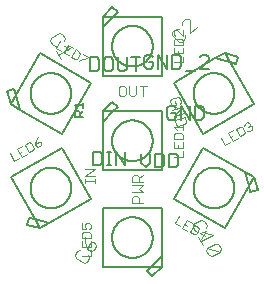
<source format=gbr>
G04 EAGLE Gerber RS-274X export*
G75*
%MOMM*%
%FSLAX34Y34*%
%LPD*%
%INSilkscreen Top*%
%IPPOS*%
%AMOC8*
5,1,8,0,0,1.08239X$1,22.5*%
G01*
%ADD10C,0.101600*%
%ADD11C,0.127000*%
%ADD12C,0.076200*%
%ADD13C,0.152400*%


D10*
X-31635Y-35535D02*
X-31635Y-32654D01*
X-31635Y-34095D02*
X-40279Y-34095D01*
X-40279Y-35535D02*
X-40279Y-32654D01*
X-40279Y-29610D02*
X-31635Y-29610D01*
X-31635Y-23848D02*
X-40279Y-29610D01*
X-40279Y-23848D02*
X-31635Y-23848D01*
X-10083Y46284D02*
X-7202Y46284D01*
X-10083Y46284D02*
X-11523Y44844D01*
X-11523Y39082D01*
X-10083Y37641D01*
X-7202Y37641D01*
X-5761Y39082D01*
X-5761Y44844D01*
X-7202Y46284D01*
X-2636Y46284D02*
X-2636Y39082D01*
X-1195Y37641D01*
X1686Y37641D01*
X3126Y39082D01*
X3126Y46284D01*
X9133Y46284D02*
X9133Y37641D01*
X6251Y46284D02*
X12014Y46284D01*
X39979Y31231D02*
X40998Y32996D01*
X40252Y35779D01*
X38488Y36797D01*
X32922Y35306D01*
X31904Y33542D01*
X32649Y30759D01*
X34414Y29740D01*
X37197Y30486D01*
X36451Y33269D01*
X33831Y26348D02*
X42180Y28585D01*
X35322Y20783D01*
X43671Y23020D01*
X44480Y20001D02*
X36131Y17764D01*
X37250Y13589D01*
X39014Y12571D01*
X44580Y14062D01*
X45599Y15826D01*
X44480Y20001D01*
X8640Y-52514D02*
X-4Y-52514D01*
X-4Y-48193D01*
X1437Y-46752D01*
X4318Y-46752D01*
X5759Y-48193D01*
X5759Y-52514D01*
X8640Y-43627D02*
X-4Y-43627D01*
X5759Y-40746D02*
X8640Y-43627D01*
X5759Y-40746D02*
X8640Y-37865D01*
X-4Y-37865D01*
X-4Y-34740D02*
X8640Y-34740D01*
X-4Y-34740D02*
X-4Y-30418D01*
X1437Y-28977D01*
X4318Y-28977D01*
X5759Y-30418D01*
X5759Y-34740D01*
X5759Y-31858D02*
X8640Y-28977D01*
D11*
X25000Y-25000D02*
X-25000Y-25000D01*
X-25000Y16000D01*
X-25000Y25000D01*
X-16000Y25000D01*
X25000Y25000D01*
X25000Y-25000D01*
X-25000Y16000D02*
X-16000Y25000D01*
X-17205Y0D02*
X-17200Y422D01*
X-17184Y844D01*
X-17158Y1266D01*
X-17122Y1686D01*
X-17076Y2106D01*
X-17019Y2524D01*
X-16952Y2941D01*
X-16874Y3357D01*
X-16787Y3770D01*
X-16689Y4180D01*
X-16582Y4589D01*
X-16464Y4994D01*
X-16337Y5397D01*
X-16199Y5796D01*
X-16052Y6192D01*
X-15895Y6584D01*
X-15729Y6972D01*
X-15553Y7356D01*
X-15368Y7736D01*
X-15173Y8110D01*
X-14970Y8480D01*
X-14757Y8845D01*
X-14536Y9205D01*
X-14305Y9559D01*
X-14067Y9907D01*
X-13819Y10249D01*
X-13564Y10585D01*
X-13300Y10915D01*
X-13028Y11238D01*
X-12748Y11554D01*
X-12461Y11864D01*
X-12166Y12166D01*
X-11864Y12461D01*
X-11554Y12748D01*
X-11238Y13028D01*
X-10915Y13300D01*
X-10585Y13564D01*
X-10249Y13819D01*
X-9907Y14067D01*
X-9559Y14305D01*
X-9205Y14536D01*
X-8845Y14757D01*
X-8480Y14970D01*
X-8110Y15173D01*
X-7736Y15368D01*
X-7356Y15553D01*
X-6972Y15729D01*
X-6584Y15895D01*
X-6192Y16052D01*
X-5796Y16199D01*
X-5397Y16337D01*
X-4994Y16464D01*
X-4589Y16582D01*
X-4180Y16689D01*
X-3770Y16787D01*
X-3357Y16874D01*
X-2941Y16952D01*
X-2524Y17019D01*
X-2106Y17076D01*
X-1686Y17122D01*
X-1266Y17158D01*
X-844Y17184D01*
X-422Y17200D01*
X0Y17205D01*
X422Y17200D01*
X844Y17184D01*
X1266Y17158D01*
X1686Y17122D01*
X2106Y17076D01*
X2524Y17019D01*
X2941Y16952D01*
X3357Y16874D01*
X3770Y16787D01*
X4180Y16689D01*
X4589Y16582D01*
X4994Y16464D01*
X5397Y16337D01*
X5796Y16199D01*
X6192Y16052D01*
X6584Y15895D01*
X6972Y15729D01*
X7356Y15553D01*
X7736Y15368D01*
X8110Y15173D01*
X8480Y14970D01*
X8845Y14757D01*
X9205Y14536D01*
X9559Y14305D01*
X9907Y14067D01*
X10249Y13819D01*
X10585Y13564D01*
X10915Y13300D01*
X11238Y13028D01*
X11554Y12748D01*
X11864Y12461D01*
X12166Y12166D01*
X12461Y11864D01*
X12748Y11554D01*
X13028Y11238D01*
X13300Y10915D01*
X13564Y10585D01*
X13819Y10249D01*
X14067Y9907D01*
X14305Y9559D01*
X14536Y9205D01*
X14757Y8845D01*
X14970Y8480D01*
X15173Y8110D01*
X15368Y7736D01*
X15553Y7356D01*
X15729Y6972D01*
X15895Y6584D01*
X16052Y6192D01*
X16199Y5796D01*
X16337Y5397D01*
X16464Y4994D01*
X16582Y4589D01*
X16689Y4180D01*
X16787Y3770D01*
X16874Y3357D01*
X16952Y2941D01*
X17019Y2524D01*
X17076Y2106D01*
X17122Y1686D01*
X17158Y1266D01*
X17184Y844D01*
X17200Y422D01*
X17205Y0D01*
X17200Y-422D01*
X17184Y-844D01*
X17158Y-1266D01*
X17122Y-1686D01*
X17076Y-2106D01*
X17019Y-2524D01*
X16952Y-2941D01*
X16874Y-3357D01*
X16787Y-3770D01*
X16689Y-4180D01*
X16582Y-4589D01*
X16464Y-4994D01*
X16337Y-5397D01*
X16199Y-5796D01*
X16052Y-6192D01*
X15895Y-6584D01*
X15729Y-6972D01*
X15553Y-7356D01*
X15368Y-7736D01*
X15173Y-8110D01*
X14970Y-8480D01*
X14757Y-8845D01*
X14536Y-9205D01*
X14305Y-9559D01*
X14067Y-9907D01*
X13819Y-10249D01*
X13564Y-10585D01*
X13300Y-10915D01*
X13028Y-11238D01*
X12748Y-11554D01*
X12461Y-11864D01*
X12166Y-12166D01*
X11864Y-12461D01*
X11554Y-12748D01*
X11238Y-13028D01*
X10915Y-13300D01*
X10585Y-13564D01*
X10249Y-13819D01*
X9907Y-14067D01*
X9559Y-14305D01*
X9205Y-14536D01*
X8845Y-14757D01*
X8480Y-14970D01*
X8110Y-15173D01*
X7736Y-15368D01*
X7356Y-15553D01*
X6972Y-15729D01*
X6584Y-15895D01*
X6192Y-16052D01*
X5796Y-16199D01*
X5397Y-16337D01*
X4994Y-16464D01*
X4589Y-16582D01*
X4180Y-16689D01*
X3770Y-16787D01*
X3357Y-16874D01*
X2941Y-16952D01*
X2524Y-17019D01*
X2106Y-17076D01*
X1686Y-17122D01*
X1266Y-17158D01*
X844Y-17184D01*
X422Y-17200D01*
X0Y-17205D01*
X-422Y-17200D01*
X-844Y-17184D01*
X-1266Y-17158D01*
X-1686Y-17122D01*
X-2106Y-17076D01*
X-2524Y-17019D01*
X-2941Y-16952D01*
X-3357Y-16874D01*
X-3770Y-16787D01*
X-4180Y-16689D01*
X-4589Y-16582D01*
X-4994Y-16464D01*
X-5397Y-16337D01*
X-5796Y-16199D01*
X-6192Y-16052D01*
X-6584Y-15895D01*
X-6972Y-15729D01*
X-7356Y-15553D01*
X-7736Y-15368D01*
X-8110Y-15173D01*
X-8480Y-14970D01*
X-8845Y-14757D01*
X-9205Y-14536D01*
X-9559Y-14305D01*
X-9907Y-14067D01*
X-10249Y-13819D01*
X-10585Y-13564D01*
X-10915Y-13300D01*
X-11238Y-13028D01*
X-11554Y-12748D01*
X-11864Y-12461D01*
X-12166Y-12166D01*
X-12461Y-11864D01*
X-12748Y-11554D01*
X-13028Y-11238D01*
X-13300Y-10915D01*
X-13564Y-10585D01*
X-13819Y-10249D01*
X-14067Y-9907D01*
X-14305Y-9559D01*
X-14536Y-9205D01*
X-14757Y-8845D01*
X-14970Y-8480D01*
X-15173Y-8110D01*
X-15368Y-7736D01*
X-15553Y-7356D01*
X-15729Y-6972D01*
X-15895Y-6584D01*
X-16052Y-6192D01*
X-16199Y-5796D01*
X-16337Y-5397D01*
X-16464Y-4994D01*
X-16582Y-4589D01*
X-16689Y-4180D01*
X-16787Y-3770D01*
X-16874Y-3357D01*
X-16952Y-2941D01*
X-17019Y-2524D01*
X-17076Y-2106D01*
X-17122Y-1686D01*
X-17158Y-1266D01*
X-17184Y-844D01*
X-17200Y-422D01*
X-17205Y0D01*
X-16000Y25000D02*
X-12500Y28500D01*
X-17000Y33000D01*
X-25000Y25000D01*
D12*
X35300Y-13681D02*
X42672Y-13681D01*
X42672Y-8766D01*
X35300Y-6196D02*
X35300Y-1282D01*
X35300Y-6196D02*
X42672Y-6196D01*
X42672Y-1282D01*
X38986Y-3739D02*
X38986Y-6196D01*
X35300Y1288D02*
X42672Y1288D01*
X42672Y4974D01*
X41443Y6203D01*
X36528Y6203D01*
X35300Y4974D01*
X35300Y1288D01*
X37757Y8772D02*
X35300Y11229D01*
X42672Y11229D01*
X42672Y8772D02*
X42672Y13687D01*
D11*
X25000Y55000D02*
X-25000Y55000D01*
X-25000Y96000D01*
X-25000Y105000D01*
X-16000Y105000D01*
X25000Y105000D01*
X25000Y55000D01*
X-25000Y96000D02*
X-16000Y105000D01*
X-17205Y80000D02*
X-17200Y80422D01*
X-17184Y80844D01*
X-17158Y81266D01*
X-17122Y81686D01*
X-17076Y82106D01*
X-17019Y82524D01*
X-16952Y82941D01*
X-16874Y83357D01*
X-16787Y83770D01*
X-16689Y84180D01*
X-16582Y84589D01*
X-16464Y84994D01*
X-16337Y85397D01*
X-16199Y85796D01*
X-16052Y86192D01*
X-15895Y86584D01*
X-15729Y86972D01*
X-15553Y87356D01*
X-15368Y87736D01*
X-15173Y88110D01*
X-14970Y88480D01*
X-14757Y88845D01*
X-14536Y89205D01*
X-14305Y89559D01*
X-14067Y89907D01*
X-13819Y90249D01*
X-13564Y90585D01*
X-13300Y90915D01*
X-13028Y91238D01*
X-12748Y91554D01*
X-12461Y91864D01*
X-12166Y92166D01*
X-11864Y92461D01*
X-11554Y92748D01*
X-11238Y93028D01*
X-10915Y93300D01*
X-10585Y93564D01*
X-10249Y93819D01*
X-9907Y94067D01*
X-9559Y94305D01*
X-9205Y94536D01*
X-8845Y94757D01*
X-8480Y94970D01*
X-8110Y95173D01*
X-7736Y95368D01*
X-7356Y95553D01*
X-6972Y95729D01*
X-6584Y95895D01*
X-6192Y96052D01*
X-5796Y96199D01*
X-5397Y96337D01*
X-4994Y96464D01*
X-4589Y96582D01*
X-4180Y96689D01*
X-3770Y96787D01*
X-3357Y96874D01*
X-2941Y96952D01*
X-2524Y97019D01*
X-2106Y97076D01*
X-1686Y97122D01*
X-1266Y97158D01*
X-844Y97184D01*
X-422Y97200D01*
X0Y97205D01*
X422Y97200D01*
X844Y97184D01*
X1266Y97158D01*
X1686Y97122D01*
X2106Y97076D01*
X2524Y97019D01*
X2941Y96952D01*
X3357Y96874D01*
X3770Y96787D01*
X4180Y96689D01*
X4589Y96582D01*
X4994Y96464D01*
X5397Y96337D01*
X5796Y96199D01*
X6192Y96052D01*
X6584Y95895D01*
X6972Y95729D01*
X7356Y95553D01*
X7736Y95368D01*
X8110Y95173D01*
X8480Y94970D01*
X8845Y94757D01*
X9205Y94536D01*
X9559Y94305D01*
X9907Y94067D01*
X10249Y93819D01*
X10585Y93564D01*
X10915Y93300D01*
X11238Y93028D01*
X11554Y92748D01*
X11864Y92461D01*
X12166Y92166D01*
X12461Y91864D01*
X12748Y91554D01*
X13028Y91238D01*
X13300Y90915D01*
X13564Y90585D01*
X13819Y90249D01*
X14067Y89907D01*
X14305Y89559D01*
X14536Y89205D01*
X14757Y88845D01*
X14970Y88480D01*
X15173Y88110D01*
X15368Y87736D01*
X15553Y87356D01*
X15729Y86972D01*
X15895Y86584D01*
X16052Y86192D01*
X16199Y85796D01*
X16337Y85397D01*
X16464Y84994D01*
X16582Y84589D01*
X16689Y84180D01*
X16787Y83770D01*
X16874Y83357D01*
X16952Y82941D01*
X17019Y82524D01*
X17076Y82106D01*
X17122Y81686D01*
X17158Y81266D01*
X17184Y80844D01*
X17200Y80422D01*
X17205Y80000D01*
X17200Y79578D01*
X17184Y79156D01*
X17158Y78734D01*
X17122Y78314D01*
X17076Y77894D01*
X17019Y77476D01*
X16952Y77059D01*
X16874Y76643D01*
X16787Y76230D01*
X16689Y75820D01*
X16582Y75411D01*
X16464Y75006D01*
X16337Y74603D01*
X16199Y74204D01*
X16052Y73808D01*
X15895Y73416D01*
X15729Y73028D01*
X15553Y72644D01*
X15368Y72264D01*
X15173Y71890D01*
X14970Y71520D01*
X14757Y71155D01*
X14536Y70795D01*
X14305Y70441D01*
X14067Y70093D01*
X13819Y69751D01*
X13564Y69415D01*
X13300Y69085D01*
X13028Y68762D01*
X12748Y68446D01*
X12461Y68136D01*
X12166Y67834D01*
X11864Y67539D01*
X11554Y67252D01*
X11238Y66972D01*
X10915Y66700D01*
X10585Y66436D01*
X10249Y66181D01*
X9907Y65933D01*
X9559Y65695D01*
X9205Y65464D01*
X8845Y65243D01*
X8480Y65030D01*
X8110Y64827D01*
X7736Y64632D01*
X7356Y64447D01*
X6972Y64271D01*
X6584Y64105D01*
X6192Y63948D01*
X5796Y63801D01*
X5397Y63663D01*
X4994Y63536D01*
X4589Y63418D01*
X4180Y63311D01*
X3770Y63213D01*
X3357Y63126D01*
X2941Y63048D01*
X2524Y62981D01*
X2106Y62924D01*
X1686Y62878D01*
X1266Y62842D01*
X844Y62816D01*
X422Y62800D01*
X0Y62795D01*
X-422Y62800D01*
X-844Y62816D01*
X-1266Y62842D01*
X-1686Y62878D01*
X-2106Y62924D01*
X-2524Y62981D01*
X-2941Y63048D01*
X-3357Y63126D01*
X-3770Y63213D01*
X-4180Y63311D01*
X-4589Y63418D01*
X-4994Y63536D01*
X-5397Y63663D01*
X-5796Y63801D01*
X-6192Y63948D01*
X-6584Y64105D01*
X-6972Y64271D01*
X-7356Y64447D01*
X-7736Y64632D01*
X-8110Y64827D01*
X-8480Y65030D01*
X-8845Y65243D01*
X-9205Y65464D01*
X-9559Y65695D01*
X-9907Y65933D01*
X-10249Y66181D01*
X-10585Y66436D01*
X-10915Y66700D01*
X-11238Y66972D01*
X-11554Y67252D01*
X-11864Y67539D01*
X-12166Y67834D01*
X-12461Y68136D01*
X-12748Y68446D01*
X-13028Y68762D01*
X-13300Y69085D01*
X-13564Y69415D01*
X-13819Y69751D01*
X-14067Y70093D01*
X-14305Y70441D01*
X-14536Y70795D01*
X-14757Y71155D01*
X-14970Y71520D01*
X-15173Y71890D01*
X-15368Y72264D01*
X-15553Y72644D01*
X-15729Y73028D01*
X-15895Y73416D01*
X-16052Y73808D01*
X-16199Y74204D01*
X-16337Y74603D01*
X-16464Y75006D01*
X-16582Y75411D01*
X-16689Y75820D01*
X-16787Y76230D01*
X-16874Y76643D01*
X-16952Y77059D01*
X-17019Y77476D01*
X-17076Y77894D01*
X-17122Y78314D01*
X-17158Y78734D01*
X-17184Y79156D01*
X-17200Y79578D01*
X-17205Y80000D01*
X-16000Y105000D02*
X-12500Y108500D01*
X-17000Y113000D01*
X-25000Y105000D01*
D12*
X35300Y66319D02*
X42672Y66319D01*
X42672Y71234D01*
X35300Y73804D02*
X35300Y78718D01*
X35300Y73804D02*
X42672Y73804D01*
X42672Y78718D01*
X38986Y76261D02*
X38986Y73804D01*
X35300Y81288D02*
X42672Y81288D01*
X42672Y84974D01*
X41443Y86203D01*
X36528Y86203D01*
X35300Y84974D01*
X35300Y81288D01*
X42672Y88772D02*
X42672Y93687D01*
X42672Y88772D02*
X37757Y93687D01*
X36528Y93687D01*
X35300Y92458D01*
X35300Y90001D01*
X36528Y88772D01*
D11*
X34849Y49151D02*
X59849Y5849D01*
X34849Y49151D02*
X70356Y69651D01*
X78151Y74151D01*
X82651Y66356D01*
X103151Y30849D01*
X59849Y5849D01*
X82651Y66356D02*
X70356Y69651D01*
X51795Y40000D02*
X51800Y40422D01*
X51816Y40844D01*
X51842Y41266D01*
X51878Y41686D01*
X51924Y42106D01*
X51981Y42524D01*
X52048Y42941D01*
X52126Y43357D01*
X52213Y43770D01*
X52311Y44180D01*
X52418Y44589D01*
X52536Y44994D01*
X52663Y45397D01*
X52801Y45796D01*
X52948Y46192D01*
X53105Y46584D01*
X53271Y46972D01*
X53447Y47356D01*
X53632Y47736D01*
X53827Y48110D01*
X54030Y48480D01*
X54243Y48845D01*
X54464Y49205D01*
X54695Y49559D01*
X54933Y49907D01*
X55181Y50249D01*
X55436Y50585D01*
X55700Y50915D01*
X55972Y51238D01*
X56252Y51554D01*
X56539Y51864D01*
X56834Y52166D01*
X57136Y52461D01*
X57446Y52748D01*
X57762Y53028D01*
X58085Y53300D01*
X58415Y53564D01*
X58751Y53819D01*
X59093Y54067D01*
X59441Y54305D01*
X59795Y54536D01*
X60155Y54757D01*
X60520Y54970D01*
X60890Y55173D01*
X61264Y55368D01*
X61644Y55553D01*
X62028Y55729D01*
X62416Y55895D01*
X62808Y56052D01*
X63204Y56199D01*
X63603Y56337D01*
X64006Y56464D01*
X64411Y56582D01*
X64820Y56689D01*
X65230Y56787D01*
X65643Y56874D01*
X66059Y56952D01*
X66476Y57019D01*
X66894Y57076D01*
X67314Y57122D01*
X67734Y57158D01*
X68156Y57184D01*
X68578Y57200D01*
X69000Y57205D01*
X69422Y57200D01*
X69844Y57184D01*
X70266Y57158D01*
X70686Y57122D01*
X71106Y57076D01*
X71524Y57019D01*
X71941Y56952D01*
X72357Y56874D01*
X72770Y56787D01*
X73180Y56689D01*
X73589Y56582D01*
X73994Y56464D01*
X74397Y56337D01*
X74796Y56199D01*
X75192Y56052D01*
X75584Y55895D01*
X75972Y55729D01*
X76356Y55553D01*
X76736Y55368D01*
X77110Y55173D01*
X77480Y54970D01*
X77845Y54757D01*
X78205Y54536D01*
X78559Y54305D01*
X78907Y54067D01*
X79249Y53819D01*
X79585Y53564D01*
X79915Y53300D01*
X80238Y53028D01*
X80554Y52748D01*
X80864Y52461D01*
X81166Y52166D01*
X81461Y51864D01*
X81748Y51554D01*
X82028Y51238D01*
X82300Y50915D01*
X82564Y50585D01*
X82819Y50249D01*
X83067Y49907D01*
X83305Y49559D01*
X83536Y49205D01*
X83757Y48845D01*
X83970Y48480D01*
X84173Y48110D01*
X84368Y47736D01*
X84553Y47356D01*
X84729Y46972D01*
X84895Y46584D01*
X85052Y46192D01*
X85199Y45796D01*
X85337Y45397D01*
X85464Y44994D01*
X85582Y44589D01*
X85689Y44180D01*
X85787Y43770D01*
X85874Y43357D01*
X85952Y42941D01*
X86019Y42524D01*
X86076Y42106D01*
X86122Y41686D01*
X86158Y41266D01*
X86184Y40844D01*
X86200Y40422D01*
X86205Y40000D01*
X86200Y39578D01*
X86184Y39156D01*
X86158Y38734D01*
X86122Y38314D01*
X86076Y37894D01*
X86019Y37476D01*
X85952Y37059D01*
X85874Y36643D01*
X85787Y36230D01*
X85689Y35820D01*
X85582Y35411D01*
X85464Y35006D01*
X85337Y34603D01*
X85199Y34204D01*
X85052Y33808D01*
X84895Y33416D01*
X84729Y33028D01*
X84553Y32644D01*
X84368Y32264D01*
X84173Y31890D01*
X83970Y31520D01*
X83757Y31155D01*
X83536Y30795D01*
X83305Y30441D01*
X83067Y30093D01*
X82819Y29751D01*
X82564Y29415D01*
X82300Y29085D01*
X82028Y28762D01*
X81748Y28446D01*
X81461Y28136D01*
X81166Y27834D01*
X80864Y27539D01*
X80554Y27252D01*
X80238Y26972D01*
X79915Y26700D01*
X79585Y26436D01*
X79249Y26181D01*
X78907Y25933D01*
X78559Y25695D01*
X78205Y25464D01*
X77845Y25243D01*
X77480Y25030D01*
X77110Y24827D01*
X76736Y24632D01*
X76356Y24447D01*
X75972Y24271D01*
X75584Y24105D01*
X75192Y23948D01*
X74796Y23801D01*
X74397Y23663D01*
X73994Y23536D01*
X73589Y23418D01*
X73180Y23311D01*
X72770Y23213D01*
X72357Y23126D01*
X71941Y23048D01*
X71524Y22981D01*
X71106Y22924D01*
X70686Y22878D01*
X70266Y22842D01*
X69844Y22816D01*
X69422Y22800D01*
X69000Y22795D01*
X68578Y22800D01*
X68156Y22816D01*
X67734Y22842D01*
X67314Y22878D01*
X66894Y22924D01*
X66476Y22981D01*
X66059Y23048D01*
X65643Y23126D01*
X65230Y23213D01*
X64820Y23311D01*
X64411Y23418D01*
X64006Y23536D01*
X63603Y23663D01*
X63204Y23801D01*
X62808Y23948D01*
X62416Y24105D01*
X62028Y24271D01*
X61644Y24447D01*
X61264Y24632D01*
X60890Y24827D01*
X60520Y25030D01*
X60155Y25243D01*
X59795Y25464D01*
X59441Y25695D01*
X59093Y25933D01*
X58751Y26181D01*
X58415Y26436D01*
X58085Y26700D01*
X57762Y26972D01*
X57446Y27252D01*
X57136Y27539D01*
X56834Y27834D01*
X56539Y28136D01*
X56252Y28446D01*
X55972Y28762D01*
X55700Y29085D01*
X55436Y29415D01*
X55181Y29751D01*
X54933Y30093D01*
X54695Y30441D01*
X54464Y30795D01*
X54243Y31155D01*
X54030Y31520D01*
X53827Y31890D01*
X53632Y32264D01*
X53447Y32644D01*
X53271Y33028D01*
X53105Y33416D01*
X52948Y33808D01*
X52801Y34204D01*
X52663Y34603D01*
X52536Y35006D01*
X52418Y35411D01*
X52311Y35820D01*
X52213Y36230D01*
X52126Y36643D01*
X52048Y37059D01*
X51981Y37476D01*
X51924Y37894D01*
X51878Y38314D01*
X51842Y38734D01*
X51816Y39156D01*
X51800Y39578D01*
X51795Y40000D01*
X82651Y66356D02*
X87432Y65075D01*
X89079Y71222D01*
X78151Y74151D01*
D12*
X74802Y2589D02*
X78488Y-3795D01*
X82745Y-1338D01*
X81283Y6331D02*
X85540Y8789D01*
X81283Y6331D02*
X84970Y-53D01*
X89226Y2404D01*
X85255Y4368D02*
X83127Y3139D01*
X87765Y10073D02*
X91451Y3689D01*
X94643Y5532D01*
X95093Y7210D01*
X92636Y11467D01*
X90957Y11916D01*
X87765Y10073D01*
X94861Y12751D02*
X95310Y14430D01*
X97439Y15659D01*
X99117Y15209D01*
X99732Y14145D01*
X99282Y12466D01*
X98218Y11852D01*
X99282Y12466D02*
X100960Y12017D01*
X101575Y10952D01*
X101125Y9274D01*
X98997Y8045D01*
X97318Y8495D01*
D11*
X59849Y-5849D02*
X34849Y-49151D01*
X59849Y-5849D02*
X95356Y-26349D01*
X103151Y-30849D01*
X98651Y-38644D01*
X78151Y-74151D01*
X34849Y-49151D01*
X95356Y-26349D02*
X98651Y-38644D01*
X51795Y-40000D02*
X51800Y-39578D01*
X51816Y-39156D01*
X51842Y-38734D01*
X51878Y-38314D01*
X51924Y-37894D01*
X51981Y-37476D01*
X52048Y-37059D01*
X52126Y-36643D01*
X52213Y-36230D01*
X52311Y-35820D01*
X52418Y-35411D01*
X52536Y-35006D01*
X52663Y-34603D01*
X52801Y-34204D01*
X52948Y-33808D01*
X53105Y-33416D01*
X53271Y-33028D01*
X53447Y-32644D01*
X53632Y-32264D01*
X53827Y-31890D01*
X54030Y-31520D01*
X54243Y-31155D01*
X54464Y-30795D01*
X54695Y-30441D01*
X54933Y-30093D01*
X55181Y-29751D01*
X55436Y-29415D01*
X55700Y-29085D01*
X55972Y-28762D01*
X56252Y-28446D01*
X56539Y-28136D01*
X56834Y-27834D01*
X57136Y-27539D01*
X57446Y-27252D01*
X57762Y-26972D01*
X58085Y-26700D01*
X58415Y-26436D01*
X58751Y-26181D01*
X59093Y-25933D01*
X59441Y-25695D01*
X59795Y-25464D01*
X60155Y-25243D01*
X60520Y-25030D01*
X60890Y-24827D01*
X61264Y-24632D01*
X61644Y-24447D01*
X62028Y-24271D01*
X62416Y-24105D01*
X62808Y-23948D01*
X63204Y-23801D01*
X63603Y-23663D01*
X64006Y-23536D01*
X64411Y-23418D01*
X64820Y-23311D01*
X65230Y-23213D01*
X65643Y-23126D01*
X66059Y-23048D01*
X66476Y-22981D01*
X66894Y-22924D01*
X67314Y-22878D01*
X67734Y-22842D01*
X68156Y-22816D01*
X68578Y-22800D01*
X69000Y-22795D01*
X69422Y-22800D01*
X69844Y-22816D01*
X70266Y-22842D01*
X70686Y-22878D01*
X71106Y-22924D01*
X71524Y-22981D01*
X71941Y-23048D01*
X72357Y-23126D01*
X72770Y-23213D01*
X73180Y-23311D01*
X73589Y-23418D01*
X73994Y-23536D01*
X74397Y-23663D01*
X74796Y-23801D01*
X75192Y-23948D01*
X75584Y-24105D01*
X75972Y-24271D01*
X76356Y-24447D01*
X76736Y-24632D01*
X77110Y-24827D01*
X77480Y-25030D01*
X77845Y-25243D01*
X78205Y-25464D01*
X78559Y-25695D01*
X78907Y-25933D01*
X79249Y-26181D01*
X79585Y-26436D01*
X79915Y-26700D01*
X80238Y-26972D01*
X80554Y-27252D01*
X80864Y-27539D01*
X81166Y-27834D01*
X81461Y-28136D01*
X81748Y-28446D01*
X82028Y-28762D01*
X82300Y-29085D01*
X82564Y-29415D01*
X82819Y-29751D01*
X83067Y-30093D01*
X83305Y-30441D01*
X83536Y-30795D01*
X83757Y-31155D01*
X83970Y-31520D01*
X84173Y-31890D01*
X84368Y-32264D01*
X84553Y-32644D01*
X84729Y-33028D01*
X84895Y-33416D01*
X85052Y-33808D01*
X85199Y-34204D01*
X85337Y-34603D01*
X85464Y-35006D01*
X85582Y-35411D01*
X85689Y-35820D01*
X85787Y-36230D01*
X85874Y-36643D01*
X85952Y-37059D01*
X86019Y-37476D01*
X86076Y-37894D01*
X86122Y-38314D01*
X86158Y-38734D01*
X86184Y-39156D01*
X86200Y-39578D01*
X86205Y-40000D01*
X86200Y-40422D01*
X86184Y-40844D01*
X86158Y-41266D01*
X86122Y-41686D01*
X86076Y-42106D01*
X86019Y-42524D01*
X85952Y-42941D01*
X85874Y-43357D01*
X85787Y-43770D01*
X85689Y-44180D01*
X85582Y-44589D01*
X85464Y-44994D01*
X85337Y-45397D01*
X85199Y-45796D01*
X85052Y-46192D01*
X84895Y-46584D01*
X84729Y-46972D01*
X84553Y-47356D01*
X84368Y-47736D01*
X84173Y-48110D01*
X83970Y-48480D01*
X83757Y-48845D01*
X83536Y-49205D01*
X83305Y-49559D01*
X83067Y-49907D01*
X82819Y-50249D01*
X82564Y-50585D01*
X82300Y-50915D01*
X82028Y-51238D01*
X81748Y-51554D01*
X81461Y-51864D01*
X81166Y-52166D01*
X80864Y-52461D01*
X80554Y-52748D01*
X80238Y-53028D01*
X79915Y-53300D01*
X79585Y-53564D01*
X79249Y-53819D01*
X78907Y-54067D01*
X78559Y-54305D01*
X78205Y-54536D01*
X77845Y-54757D01*
X77480Y-54970D01*
X77110Y-55173D01*
X76736Y-55368D01*
X76356Y-55553D01*
X75972Y-55729D01*
X75584Y-55895D01*
X75192Y-56052D01*
X74796Y-56199D01*
X74397Y-56337D01*
X73994Y-56464D01*
X73589Y-56582D01*
X73180Y-56689D01*
X72770Y-56787D01*
X72357Y-56874D01*
X71941Y-56952D01*
X71524Y-57019D01*
X71106Y-57076D01*
X70686Y-57122D01*
X70266Y-57158D01*
X69844Y-57184D01*
X69422Y-57200D01*
X69000Y-57205D01*
X68578Y-57200D01*
X68156Y-57184D01*
X67734Y-57158D01*
X67314Y-57122D01*
X66894Y-57076D01*
X66476Y-57019D01*
X66059Y-56952D01*
X65643Y-56874D01*
X65230Y-56787D01*
X64820Y-56689D01*
X64411Y-56582D01*
X64006Y-56464D01*
X63603Y-56337D01*
X63204Y-56199D01*
X62808Y-56052D01*
X62416Y-55895D01*
X62028Y-55729D01*
X61644Y-55553D01*
X61264Y-55368D01*
X60890Y-55173D01*
X60520Y-54970D01*
X60155Y-54757D01*
X59795Y-54536D01*
X59441Y-54305D01*
X59093Y-54067D01*
X58751Y-53819D01*
X58415Y-53564D01*
X58085Y-53300D01*
X57762Y-53028D01*
X57446Y-52748D01*
X57136Y-52461D01*
X56834Y-52166D01*
X56539Y-51864D01*
X56252Y-51554D01*
X55972Y-51238D01*
X55700Y-50915D01*
X55436Y-50585D01*
X55181Y-50249D01*
X54933Y-49907D01*
X54695Y-49559D01*
X54464Y-49205D01*
X54243Y-48845D01*
X54030Y-48480D01*
X53827Y-48110D01*
X53632Y-47736D01*
X53447Y-47356D01*
X53271Y-46972D01*
X53105Y-46584D01*
X52948Y-46192D01*
X52801Y-45796D01*
X52663Y-45397D01*
X52536Y-44994D01*
X52418Y-44589D01*
X52311Y-44180D01*
X52213Y-43770D01*
X52126Y-43357D01*
X52048Y-42941D01*
X51981Y-42524D01*
X51924Y-42106D01*
X51878Y-41686D01*
X51842Y-41266D01*
X51816Y-40844D01*
X51800Y-40422D01*
X51795Y-40000D01*
X98651Y-38644D02*
X99932Y-43425D01*
X106079Y-41778D01*
X103151Y-30849D01*
D12*
X39502Y-63730D02*
X35816Y-70115D01*
X40073Y-72572D01*
X45984Y-67472D02*
X50240Y-69930D01*
X45984Y-67472D02*
X42298Y-73857D01*
X46554Y-76314D01*
X46269Y-71893D02*
X44141Y-70664D01*
X52465Y-71214D02*
X48779Y-77599D01*
X51971Y-79442D01*
X53650Y-78992D01*
X56107Y-74736D01*
X55658Y-73057D01*
X52465Y-71214D01*
X62139Y-76799D02*
X58453Y-83184D01*
X57104Y-78149D02*
X62139Y-76799D01*
X61360Y-80606D02*
X57104Y-78149D01*
D11*
X25000Y-57000D02*
X-25000Y-57000D01*
X25000Y-57000D02*
X25000Y-98000D01*
X25000Y-107000D01*
X16000Y-107000D01*
X-25000Y-107000D01*
X-25000Y-57000D01*
X25000Y-98000D02*
X16000Y-107000D01*
X-17205Y-82000D02*
X-17200Y-81578D01*
X-17184Y-81156D01*
X-17158Y-80734D01*
X-17122Y-80314D01*
X-17076Y-79894D01*
X-17019Y-79476D01*
X-16952Y-79059D01*
X-16874Y-78643D01*
X-16787Y-78230D01*
X-16689Y-77820D01*
X-16582Y-77411D01*
X-16464Y-77006D01*
X-16337Y-76603D01*
X-16199Y-76204D01*
X-16052Y-75808D01*
X-15895Y-75416D01*
X-15729Y-75028D01*
X-15553Y-74644D01*
X-15368Y-74264D01*
X-15173Y-73890D01*
X-14970Y-73520D01*
X-14757Y-73155D01*
X-14536Y-72795D01*
X-14305Y-72441D01*
X-14067Y-72093D01*
X-13819Y-71751D01*
X-13564Y-71415D01*
X-13300Y-71085D01*
X-13028Y-70762D01*
X-12748Y-70446D01*
X-12461Y-70136D01*
X-12166Y-69834D01*
X-11864Y-69539D01*
X-11554Y-69252D01*
X-11238Y-68972D01*
X-10915Y-68700D01*
X-10585Y-68436D01*
X-10249Y-68181D01*
X-9907Y-67933D01*
X-9559Y-67695D01*
X-9205Y-67464D01*
X-8845Y-67243D01*
X-8480Y-67030D01*
X-8110Y-66827D01*
X-7736Y-66632D01*
X-7356Y-66447D01*
X-6972Y-66271D01*
X-6584Y-66105D01*
X-6192Y-65948D01*
X-5796Y-65801D01*
X-5397Y-65663D01*
X-4994Y-65536D01*
X-4589Y-65418D01*
X-4180Y-65311D01*
X-3770Y-65213D01*
X-3357Y-65126D01*
X-2941Y-65048D01*
X-2524Y-64981D01*
X-2106Y-64924D01*
X-1686Y-64878D01*
X-1266Y-64842D01*
X-844Y-64816D01*
X-422Y-64800D01*
X0Y-64795D01*
X422Y-64800D01*
X844Y-64816D01*
X1266Y-64842D01*
X1686Y-64878D01*
X2106Y-64924D01*
X2524Y-64981D01*
X2941Y-65048D01*
X3357Y-65126D01*
X3770Y-65213D01*
X4180Y-65311D01*
X4589Y-65418D01*
X4994Y-65536D01*
X5397Y-65663D01*
X5796Y-65801D01*
X6192Y-65948D01*
X6584Y-66105D01*
X6972Y-66271D01*
X7356Y-66447D01*
X7736Y-66632D01*
X8110Y-66827D01*
X8480Y-67030D01*
X8845Y-67243D01*
X9205Y-67464D01*
X9559Y-67695D01*
X9907Y-67933D01*
X10249Y-68181D01*
X10585Y-68436D01*
X10915Y-68700D01*
X11238Y-68972D01*
X11554Y-69252D01*
X11864Y-69539D01*
X12166Y-69834D01*
X12461Y-70136D01*
X12748Y-70446D01*
X13028Y-70762D01*
X13300Y-71085D01*
X13564Y-71415D01*
X13819Y-71751D01*
X14067Y-72093D01*
X14305Y-72441D01*
X14536Y-72795D01*
X14757Y-73155D01*
X14970Y-73520D01*
X15173Y-73890D01*
X15368Y-74264D01*
X15553Y-74644D01*
X15729Y-75028D01*
X15895Y-75416D01*
X16052Y-75808D01*
X16199Y-76204D01*
X16337Y-76603D01*
X16464Y-77006D01*
X16582Y-77411D01*
X16689Y-77820D01*
X16787Y-78230D01*
X16874Y-78643D01*
X16952Y-79059D01*
X17019Y-79476D01*
X17076Y-79894D01*
X17122Y-80314D01*
X17158Y-80734D01*
X17184Y-81156D01*
X17200Y-81578D01*
X17205Y-82000D01*
X17200Y-82422D01*
X17184Y-82844D01*
X17158Y-83266D01*
X17122Y-83686D01*
X17076Y-84106D01*
X17019Y-84524D01*
X16952Y-84941D01*
X16874Y-85357D01*
X16787Y-85770D01*
X16689Y-86180D01*
X16582Y-86589D01*
X16464Y-86994D01*
X16337Y-87397D01*
X16199Y-87796D01*
X16052Y-88192D01*
X15895Y-88584D01*
X15729Y-88972D01*
X15553Y-89356D01*
X15368Y-89736D01*
X15173Y-90110D01*
X14970Y-90480D01*
X14757Y-90845D01*
X14536Y-91205D01*
X14305Y-91559D01*
X14067Y-91907D01*
X13819Y-92249D01*
X13564Y-92585D01*
X13300Y-92915D01*
X13028Y-93238D01*
X12748Y-93554D01*
X12461Y-93864D01*
X12166Y-94166D01*
X11864Y-94461D01*
X11554Y-94748D01*
X11238Y-95028D01*
X10915Y-95300D01*
X10585Y-95564D01*
X10249Y-95819D01*
X9907Y-96067D01*
X9559Y-96305D01*
X9205Y-96536D01*
X8845Y-96757D01*
X8480Y-96970D01*
X8110Y-97173D01*
X7736Y-97368D01*
X7356Y-97553D01*
X6972Y-97729D01*
X6584Y-97895D01*
X6192Y-98052D01*
X5796Y-98199D01*
X5397Y-98337D01*
X4994Y-98464D01*
X4589Y-98582D01*
X4180Y-98689D01*
X3770Y-98787D01*
X3357Y-98874D01*
X2941Y-98952D01*
X2524Y-99019D01*
X2106Y-99076D01*
X1686Y-99122D01*
X1266Y-99158D01*
X844Y-99184D01*
X422Y-99200D01*
X0Y-99205D01*
X-422Y-99200D01*
X-844Y-99184D01*
X-1266Y-99158D01*
X-1686Y-99122D01*
X-2106Y-99076D01*
X-2524Y-99019D01*
X-2941Y-98952D01*
X-3357Y-98874D01*
X-3770Y-98787D01*
X-4180Y-98689D01*
X-4589Y-98582D01*
X-4994Y-98464D01*
X-5397Y-98337D01*
X-5796Y-98199D01*
X-6192Y-98052D01*
X-6584Y-97895D01*
X-6972Y-97729D01*
X-7356Y-97553D01*
X-7736Y-97368D01*
X-8110Y-97173D01*
X-8480Y-96970D01*
X-8845Y-96757D01*
X-9205Y-96536D01*
X-9559Y-96305D01*
X-9907Y-96067D01*
X-10249Y-95819D01*
X-10585Y-95564D01*
X-10915Y-95300D01*
X-11238Y-95028D01*
X-11554Y-94748D01*
X-11864Y-94461D01*
X-12166Y-94166D01*
X-12461Y-93864D01*
X-12748Y-93554D01*
X-13028Y-93238D01*
X-13300Y-92915D01*
X-13564Y-92585D01*
X-13819Y-92249D01*
X-14067Y-91907D01*
X-14305Y-91559D01*
X-14536Y-91205D01*
X-14757Y-90845D01*
X-14970Y-90480D01*
X-15173Y-90110D01*
X-15368Y-89736D01*
X-15553Y-89356D01*
X-15729Y-88972D01*
X-15895Y-88584D01*
X-16052Y-88192D01*
X-16199Y-87796D01*
X-16337Y-87397D01*
X-16464Y-86994D01*
X-16582Y-86589D01*
X-16689Y-86180D01*
X-16787Y-85770D01*
X-16874Y-85357D01*
X-16952Y-84941D01*
X-17019Y-84524D01*
X-17076Y-84106D01*
X-17122Y-83686D01*
X-17158Y-83266D01*
X-17184Y-82844D01*
X-17200Y-82422D01*
X-17205Y-82000D01*
X12500Y-110500D02*
X16000Y-107000D01*
X12500Y-110500D02*
X17000Y-115000D01*
X25000Y-107000D01*
D12*
X-35306Y-97494D02*
X-42678Y-97494D01*
X-35306Y-97494D02*
X-35306Y-92579D01*
X-42678Y-90010D02*
X-42678Y-85095D01*
X-42678Y-90010D02*
X-35306Y-90010D01*
X-35306Y-85095D01*
X-38992Y-87552D02*
X-38992Y-90010D01*
X-42678Y-82526D02*
X-35306Y-82526D01*
X-35306Y-78840D01*
X-36535Y-77611D01*
X-41450Y-77611D01*
X-42678Y-78840D01*
X-42678Y-82526D01*
X-42678Y-75042D02*
X-42678Y-70127D01*
X-42678Y-75042D02*
X-38992Y-75042D01*
X-40221Y-72584D01*
X-40221Y-71355D01*
X-38992Y-70127D01*
X-36535Y-70127D01*
X-35306Y-71355D01*
X-35306Y-73813D01*
X-36535Y-75042D01*
D11*
X-34849Y-49151D02*
X-59849Y-5849D01*
X-34849Y-49151D02*
X-70356Y-69651D01*
X-78151Y-74151D01*
X-82651Y-66356D01*
X-103151Y-30849D01*
X-59849Y-5849D01*
X-82651Y-66356D02*
X-70356Y-69651D01*
X-86205Y-40000D02*
X-86200Y-39578D01*
X-86184Y-39156D01*
X-86158Y-38734D01*
X-86122Y-38314D01*
X-86076Y-37894D01*
X-86019Y-37476D01*
X-85952Y-37059D01*
X-85874Y-36643D01*
X-85787Y-36230D01*
X-85689Y-35820D01*
X-85582Y-35411D01*
X-85464Y-35006D01*
X-85337Y-34603D01*
X-85199Y-34204D01*
X-85052Y-33808D01*
X-84895Y-33416D01*
X-84729Y-33028D01*
X-84553Y-32644D01*
X-84368Y-32264D01*
X-84173Y-31890D01*
X-83970Y-31520D01*
X-83757Y-31155D01*
X-83536Y-30795D01*
X-83305Y-30441D01*
X-83067Y-30093D01*
X-82819Y-29751D01*
X-82564Y-29415D01*
X-82300Y-29085D01*
X-82028Y-28762D01*
X-81748Y-28446D01*
X-81461Y-28136D01*
X-81166Y-27834D01*
X-80864Y-27539D01*
X-80554Y-27252D01*
X-80238Y-26972D01*
X-79915Y-26700D01*
X-79585Y-26436D01*
X-79249Y-26181D01*
X-78907Y-25933D01*
X-78559Y-25695D01*
X-78205Y-25464D01*
X-77845Y-25243D01*
X-77480Y-25030D01*
X-77110Y-24827D01*
X-76736Y-24632D01*
X-76356Y-24447D01*
X-75972Y-24271D01*
X-75584Y-24105D01*
X-75192Y-23948D01*
X-74796Y-23801D01*
X-74397Y-23663D01*
X-73994Y-23536D01*
X-73589Y-23418D01*
X-73180Y-23311D01*
X-72770Y-23213D01*
X-72357Y-23126D01*
X-71941Y-23048D01*
X-71524Y-22981D01*
X-71106Y-22924D01*
X-70686Y-22878D01*
X-70266Y-22842D01*
X-69844Y-22816D01*
X-69422Y-22800D01*
X-69000Y-22795D01*
X-68578Y-22800D01*
X-68156Y-22816D01*
X-67734Y-22842D01*
X-67314Y-22878D01*
X-66894Y-22924D01*
X-66476Y-22981D01*
X-66059Y-23048D01*
X-65643Y-23126D01*
X-65230Y-23213D01*
X-64820Y-23311D01*
X-64411Y-23418D01*
X-64006Y-23536D01*
X-63603Y-23663D01*
X-63204Y-23801D01*
X-62808Y-23948D01*
X-62416Y-24105D01*
X-62028Y-24271D01*
X-61644Y-24447D01*
X-61264Y-24632D01*
X-60890Y-24827D01*
X-60520Y-25030D01*
X-60155Y-25243D01*
X-59795Y-25464D01*
X-59441Y-25695D01*
X-59093Y-25933D01*
X-58751Y-26181D01*
X-58415Y-26436D01*
X-58085Y-26700D01*
X-57762Y-26972D01*
X-57446Y-27252D01*
X-57136Y-27539D01*
X-56834Y-27834D01*
X-56539Y-28136D01*
X-56252Y-28446D01*
X-55972Y-28762D01*
X-55700Y-29085D01*
X-55436Y-29415D01*
X-55181Y-29751D01*
X-54933Y-30093D01*
X-54695Y-30441D01*
X-54464Y-30795D01*
X-54243Y-31155D01*
X-54030Y-31520D01*
X-53827Y-31890D01*
X-53632Y-32264D01*
X-53447Y-32644D01*
X-53271Y-33028D01*
X-53105Y-33416D01*
X-52948Y-33808D01*
X-52801Y-34204D01*
X-52663Y-34603D01*
X-52536Y-35006D01*
X-52418Y-35411D01*
X-52311Y-35820D01*
X-52213Y-36230D01*
X-52126Y-36643D01*
X-52048Y-37059D01*
X-51981Y-37476D01*
X-51924Y-37894D01*
X-51878Y-38314D01*
X-51842Y-38734D01*
X-51816Y-39156D01*
X-51800Y-39578D01*
X-51795Y-40000D01*
X-51800Y-40422D01*
X-51816Y-40844D01*
X-51842Y-41266D01*
X-51878Y-41686D01*
X-51924Y-42106D01*
X-51981Y-42524D01*
X-52048Y-42941D01*
X-52126Y-43357D01*
X-52213Y-43770D01*
X-52311Y-44180D01*
X-52418Y-44589D01*
X-52536Y-44994D01*
X-52663Y-45397D01*
X-52801Y-45796D01*
X-52948Y-46192D01*
X-53105Y-46584D01*
X-53271Y-46972D01*
X-53447Y-47356D01*
X-53632Y-47736D01*
X-53827Y-48110D01*
X-54030Y-48480D01*
X-54243Y-48845D01*
X-54464Y-49205D01*
X-54695Y-49559D01*
X-54933Y-49907D01*
X-55181Y-50249D01*
X-55436Y-50585D01*
X-55700Y-50915D01*
X-55972Y-51238D01*
X-56252Y-51554D01*
X-56539Y-51864D01*
X-56834Y-52166D01*
X-57136Y-52461D01*
X-57446Y-52748D01*
X-57762Y-53028D01*
X-58085Y-53300D01*
X-58415Y-53564D01*
X-58751Y-53819D01*
X-59093Y-54067D01*
X-59441Y-54305D01*
X-59795Y-54536D01*
X-60155Y-54757D01*
X-60520Y-54970D01*
X-60890Y-55173D01*
X-61264Y-55368D01*
X-61644Y-55553D01*
X-62028Y-55729D01*
X-62416Y-55895D01*
X-62808Y-56052D01*
X-63204Y-56199D01*
X-63603Y-56337D01*
X-64006Y-56464D01*
X-64411Y-56582D01*
X-64820Y-56689D01*
X-65230Y-56787D01*
X-65643Y-56874D01*
X-66059Y-56952D01*
X-66476Y-57019D01*
X-66894Y-57076D01*
X-67314Y-57122D01*
X-67734Y-57158D01*
X-68156Y-57184D01*
X-68578Y-57200D01*
X-69000Y-57205D01*
X-69422Y-57200D01*
X-69844Y-57184D01*
X-70266Y-57158D01*
X-70686Y-57122D01*
X-71106Y-57076D01*
X-71524Y-57019D01*
X-71941Y-56952D01*
X-72357Y-56874D01*
X-72770Y-56787D01*
X-73180Y-56689D01*
X-73589Y-56582D01*
X-73994Y-56464D01*
X-74397Y-56337D01*
X-74796Y-56199D01*
X-75192Y-56052D01*
X-75584Y-55895D01*
X-75972Y-55729D01*
X-76356Y-55553D01*
X-76736Y-55368D01*
X-77110Y-55173D01*
X-77480Y-54970D01*
X-77845Y-54757D01*
X-78205Y-54536D01*
X-78559Y-54305D01*
X-78907Y-54067D01*
X-79249Y-53819D01*
X-79585Y-53564D01*
X-79915Y-53300D01*
X-80238Y-53028D01*
X-80554Y-52748D01*
X-80864Y-52461D01*
X-81166Y-52166D01*
X-81461Y-51864D01*
X-81748Y-51554D01*
X-82028Y-51238D01*
X-82300Y-50915D01*
X-82564Y-50585D01*
X-82819Y-50249D01*
X-83067Y-49907D01*
X-83305Y-49559D01*
X-83536Y-49205D01*
X-83757Y-48845D01*
X-83970Y-48480D01*
X-84173Y-48110D01*
X-84368Y-47736D01*
X-84553Y-47356D01*
X-84729Y-46972D01*
X-84895Y-46584D01*
X-85052Y-46192D01*
X-85199Y-45796D01*
X-85337Y-45397D01*
X-85464Y-44994D01*
X-85582Y-44589D01*
X-85689Y-44180D01*
X-85787Y-43770D01*
X-85874Y-43357D01*
X-85952Y-42941D01*
X-86019Y-42524D01*
X-86076Y-42106D01*
X-86122Y-41686D01*
X-86158Y-41266D01*
X-86184Y-40844D01*
X-86200Y-40422D01*
X-86205Y-40000D01*
X-87432Y-65075D02*
X-82651Y-66356D01*
X-87432Y-65075D02*
X-89079Y-71222D01*
X-78151Y-74151D01*
D12*
X-100071Y-17171D02*
X-103757Y-10787D01*
X-100071Y-17171D02*
X-95815Y-14714D01*
X-97276Y-7044D02*
X-93019Y-4587D01*
X-97276Y-7044D02*
X-93590Y-13429D01*
X-89333Y-10972D01*
X-93305Y-9008D02*
X-95433Y-10237D01*
X-90794Y-3302D02*
X-87108Y-9687D01*
X-83916Y-7844D01*
X-83466Y-6165D01*
X-85924Y-1909D01*
X-87602Y-1459D01*
X-90794Y-3302D01*
X-81570Y604D02*
X-80056Y2897D01*
X-81570Y604D02*
X-82470Y-2753D01*
X-81241Y-4881D01*
X-79563Y-5330D01*
X-77434Y-4102D01*
X-76985Y-2423D01*
X-77599Y-1359D01*
X-79277Y-909D01*
X-82470Y-2753D01*
D11*
X-59849Y5849D02*
X-34849Y49151D01*
X-59849Y5849D02*
X-95356Y26349D01*
X-103151Y30849D01*
X-98651Y38644D01*
X-78151Y74151D01*
X-34849Y49151D01*
X-95356Y26349D02*
X-98651Y38644D01*
X-86205Y40000D02*
X-86200Y40422D01*
X-86184Y40844D01*
X-86158Y41266D01*
X-86122Y41686D01*
X-86076Y42106D01*
X-86019Y42524D01*
X-85952Y42941D01*
X-85874Y43357D01*
X-85787Y43770D01*
X-85689Y44180D01*
X-85582Y44589D01*
X-85464Y44994D01*
X-85337Y45397D01*
X-85199Y45796D01*
X-85052Y46192D01*
X-84895Y46584D01*
X-84729Y46972D01*
X-84553Y47356D01*
X-84368Y47736D01*
X-84173Y48110D01*
X-83970Y48480D01*
X-83757Y48845D01*
X-83536Y49205D01*
X-83305Y49559D01*
X-83067Y49907D01*
X-82819Y50249D01*
X-82564Y50585D01*
X-82300Y50915D01*
X-82028Y51238D01*
X-81748Y51554D01*
X-81461Y51864D01*
X-81166Y52166D01*
X-80864Y52461D01*
X-80554Y52748D01*
X-80238Y53028D01*
X-79915Y53300D01*
X-79585Y53564D01*
X-79249Y53819D01*
X-78907Y54067D01*
X-78559Y54305D01*
X-78205Y54536D01*
X-77845Y54757D01*
X-77480Y54970D01*
X-77110Y55173D01*
X-76736Y55368D01*
X-76356Y55553D01*
X-75972Y55729D01*
X-75584Y55895D01*
X-75192Y56052D01*
X-74796Y56199D01*
X-74397Y56337D01*
X-73994Y56464D01*
X-73589Y56582D01*
X-73180Y56689D01*
X-72770Y56787D01*
X-72357Y56874D01*
X-71941Y56952D01*
X-71524Y57019D01*
X-71106Y57076D01*
X-70686Y57122D01*
X-70266Y57158D01*
X-69844Y57184D01*
X-69422Y57200D01*
X-69000Y57205D01*
X-68578Y57200D01*
X-68156Y57184D01*
X-67734Y57158D01*
X-67314Y57122D01*
X-66894Y57076D01*
X-66476Y57019D01*
X-66059Y56952D01*
X-65643Y56874D01*
X-65230Y56787D01*
X-64820Y56689D01*
X-64411Y56582D01*
X-64006Y56464D01*
X-63603Y56337D01*
X-63204Y56199D01*
X-62808Y56052D01*
X-62416Y55895D01*
X-62028Y55729D01*
X-61644Y55553D01*
X-61264Y55368D01*
X-60890Y55173D01*
X-60520Y54970D01*
X-60155Y54757D01*
X-59795Y54536D01*
X-59441Y54305D01*
X-59093Y54067D01*
X-58751Y53819D01*
X-58415Y53564D01*
X-58085Y53300D01*
X-57762Y53028D01*
X-57446Y52748D01*
X-57136Y52461D01*
X-56834Y52166D01*
X-56539Y51864D01*
X-56252Y51554D01*
X-55972Y51238D01*
X-55700Y50915D01*
X-55436Y50585D01*
X-55181Y50249D01*
X-54933Y49907D01*
X-54695Y49559D01*
X-54464Y49205D01*
X-54243Y48845D01*
X-54030Y48480D01*
X-53827Y48110D01*
X-53632Y47736D01*
X-53447Y47356D01*
X-53271Y46972D01*
X-53105Y46584D01*
X-52948Y46192D01*
X-52801Y45796D01*
X-52663Y45397D01*
X-52536Y44994D01*
X-52418Y44589D01*
X-52311Y44180D01*
X-52213Y43770D01*
X-52126Y43357D01*
X-52048Y42941D01*
X-51981Y42524D01*
X-51924Y42106D01*
X-51878Y41686D01*
X-51842Y41266D01*
X-51816Y40844D01*
X-51800Y40422D01*
X-51795Y40000D01*
X-51800Y39578D01*
X-51816Y39156D01*
X-51842Y38734D01*
X-51878Y38314D01*
X-51924Y37894D01*
X-51981Y37476D01*
X-52048Y37059D01*
X-52126Y36643D01*
X-52213Y36230D01*
X-52311Y35820D01*
X-52418Y35411D01*
X-52536Y35006D01*
X-52663Y34603D01*
X-52801Y34204D01*
X-52948Y33808D01*
X-53105Y33416D01*
X-53271Y33028D01*
X-53447Y32644D01*
X-53632Y32264D01*
X-53827Y31890D01*
X-54030Y31520D01*
X-54243Y31155D01*
X-54464Y30795D01*
X-54695Y30441D01*
X-54933Y30093D01*
X-55181Y29751D01*
X-55436Y29415D01*
X-55700Y29085D01*
X-55972Y28762D01*
X-56252Y28446D01*
X-56539Y28136D01*
X-56834Y27834D01*
X-57136Y27539D01*
X-57446Y27252D01*
X-57762Y26972D01*
X-58085Y26700D01*
X-58415Y26436D01*
X-58751Y26181D01*
X-59093Y25933D01*
X-59441Y25695D01*
X-59795Y25464D01*
X-60155Y25243D01*
X-60520Y25030D01*
X-60890Y24827D01*
X-61264Y24632D01*
X-61644Y24447D01*
X-62028Y24271D01*
X-62416Y24105D01*
X-62808Y23948D01*
X-63204Y23801D01*
X-63603Y23663D01*
X-64006Y23536D01*
X-64411Y23418D01*
X-64820Y23311D01*
X-65230Y23213D01*
X-65643Y23126D01*
X-66059Y23048D01*
X-66476Y22981D01*
X-66894Y22924D01*
X-67314Y22878D01*
X-67734Y22842D01*
X-68156Y22816D01*
X-68578Y22800D01*
X-69000Y22795D01*
X-69422Y22800D01*
X-69844Y22816D01*
X-70266Y22842D01*
X-70686Y22878D01*
X-71106Y22924D01*
X-71524Y22981D01*
X-71941Y23048D01*
X-72357Y23126D01*
X-72770Y23213D01*
X-73180Y23311D01*
X-73589Y23418D01*
X-73994Y23536D01*
X-74397Y23663D01*
X-74796Y23801D01*
X-75192Y23948D01*
X-75584Y24105D01*
X-75972Y24271D01*
X-76356Y24447D01*
X-76736Y24632D01*
X-77110Y24827D01*
X-77480Y25030D01*
X-77845Y25243D01*
X-78205Y25464D01*
X-78559Y25695D01*
X-78907Y25933D01*
X-79249Y26181D01*
X-79585Y26436D01*
X-79915Y26700D01*
X-80238Y26972D01*
X-80554Y27252D01*
X-80864Y27539D01*
X-81166Y27834D01*
X-81461Y28136D01*
X-81748Y28446D01*
X-82028Y28762D01*
X-82300Y29085D01*
X-82564Y29415D01*
X-82819Y29751D01*
X-83067Y30093D01*
X-83305Y30441D01*
X-83536Y30795D01*
X-83757Y31155D01*
X-83970Y31520D01*
X-84173Y31890D01*
X-84368Y32264D01*
X-84553Y32644D01*
X-84729Y33028D01*
X-84895Y33416D01*
X-85052Y33808D01*
X-85199Y34204D01*
X-85337Y34603D01*
X-85464Y35006D01*
X-85582Y35411D01*
X-85689Y35820D01*
X-85787Y36230D01*
X-85874Y36643D01*
X-85952Y37059D01*
X-86019Y37476D01*
X-86076Y37894D01*
X-86122Y38314D01*
X-86158Y38734D01*
X-86184Y39156D01*
X-86200Y39578D01*
X-86205Y40000D01*
X-98651Y38644D02*
X-99932Y43425D01*
X-106079Y41778D01*
X-103151Y30849D01*
D12*
X-64765Y78323D02*
X-61079Y84707D01*
X-64765Y78323D02*
X-60509Y75865D01*
X-54598Y80965D02*
X-50341Y78508D01*
X-54598Y80965D02*
X-58284Y74581D01*
X-54027Y72123D01*
X-54312Y76544D02*
X-56441Y77773D01*
X-51802Y70839D02*
X-48116Y77223D01*
X-51802Y70839D02*
X-48610Y68996D01*
X-46931Y69445D01*
X-44474Y73702D01*
X-44924Y75380D01*
X-48116Y77223D01*
X-41635Y73481D02*
X-37378Y71024D01*
X-37992Y69960D01*
X-44706Y68161D01*
X-45321Y67097D01*
D10*
X36629Y94865D02*
X39385Y94865D01*
X36629Y94865D02*
X33872Y92109D01*
X33872Y89353D01*
X39385Y83840D01*
X42141Y83840D01*
X44898Y86596D01*
X44898Y89353D01*
X49032Y90731D02*
X54545Y96243D01*
X49032Y90731D02*
X49032Y101756D01*
X47654Y103134D01*
X44898Y103134D01*
X42141Y100378D01*
X42141Y97621D01*
X-43941Y-92902D02*
X-46603Y-93615D01*
X-48552Y-96991D01*
X-47839Y-99654D01*
X-41087Y-103552D01*
X-38425Y-102838D01*
X-36476Y-99462D01*
X-37189Y-96800D01*
X-40043Y-86150D02*
X-39782Y-81800D01*
X-40043Y-86150D02*
X-38616Y-91475D01*
X-35240Y-93424D01*
X-32578Y-92711D01*
X-30629Y-89335D01*
X-31342Y-86673D01*
X-33030Y-85698D01*
X-35693Y-86412D01*
X-38616Y-91475D01*
X62295Y-73707D02*
X63009Y-71044D01*
X61060Y-67669D01*
X58398Y-66955D01*
X51646Y-70853D01*
X50933Y-73516D01*
X52882Y-76891D01*
X55544Y-77605D01*
X62557Y-78057D02*
X67881Y-79484D01*
X57754Y-85331D01*
X59703Y-88706D02*
X55805Y-81955D01*
X63340Y-91108D02*
X70091Y-87210D01*
X72754Y-87923D01*
X74703Y-91299D01*
X73989Y-93961D01*
X67238Y-97859D01*
X64576Y-97146D01*
X62627Y-93770D01*
X63340Y-91108D01*
X73989Y-93961D01*
D11*
X-33234Y-20705D02*
X-33234Y-9266D01*
X-33234Y-20705D02*
X-27514Y-20705D01*
X-25608Y-18799D01*
X-25608Y-11172D01*
X-27514Y-9266D01*
X-33234Y-9266D01*
X-21540Y-20705D02*
X-17727Y-20705D01*
X-19634Y-20705D02*
X-19634Y-9266D01*
X-21540Y-9266D02*
X-17727Y-9266D01*
X-13744Y-9266D02*
X-13744Y-20705D01*
X-6118Y-20705D02*
X-13744Y-9266D01*
X-6118Y-9266D02*
X-6118Y-20705D01*
X-35861Y58965D02*
X-35861Y70405D01*
X-35861Y58965D02*
X-30141Y58965D01*
X-28234Y60872D01*
X-28234Y68498D01*
X-30141Y70405D01*
X-35861Y70405D01*
X-22260Y70405D02*
X-18447Y70405D01*
X-22260Y70405D02*
X-24167Y68498D01*
X-24167Y60872D01*
X-22260Y58965D01*
X-18447Y58965D01*
X-16540Y60872D01*
X-16540Y68498D01*
X-18447Y70405D01*
X-12473Y70405D02*
X-12473Y60872D01*
X-10566Y58965D01*
X-6753Y58965D01*
X-4847Y60872D01*
X-4847Y70405D01*
X3034Y70405D02*
X3034Y58965D01*
X-779Y70405D02*
X6847Y70405D01*
X7604Y-11049D02*
X7604Y-18676D01*
X11417Y-22489D01*
X15230Y-18676D01*
X15230Y-11049D01*
X19298Y-11049D02*
X19298Y-22489D01*
X25018Y-22489D01*
X26924Y-20582D01*
X26924Y-12956D01*
X25018Y-11049D01*
X19298Y-11049D01*
X30992Y-11049D02*
X30992Y-22489D01*
X36711Y-22489D01*
X38618Y-20582D01*
X38618Y-12956D01*
X36711Y-11049D01*
X30992Y-11049D01*
X36871Y27380D02*
X34964Y29286D01*
X31151Y29286D01*
X29244Y27380D01*
X29244Y19753D01*
X31151Y17846D01*
X34964Y17846D01*
X36871Y19753D01*
X36871Y23566D01*
X33058Y23566D01*
X40938Y17846D02*
X40938Y29286D01*
X48565Y17846D01*
X48565Y29286D01*
X52632Y29286D02*
X52632Y17846D01*
X58352Y17846D01*
X60259Y19753D01*
X60259Y27380D01*
X58352Y29286D01*
X52632Y29286D01*
D13*
X-42044Y20351D02*
X-48653Y20351D01*
X-48653Y23656D01*
X-47552Y24758D01*
X-45349Y24758D01*
X-44247Y23656D01*
X-44247Y20351D01*
X-44247Y22555D02*
X-42044Y24758D01*
X-46450Y27836D02*
X-48653Y30039D01*
X-42044Y30039D01*
X-42044Y27836D02*
X-42044Y32242D01*
D11*
X15893Y72363D02*
X17800Y70456D01*
X15893Y72363D02*
X12080Y72363D01*
X10173Y70456D01*
X10173Y62830D01*
X12080Y60923D01*
X15893Y60923D01*
X17800Y62830D01*
X17800Y66643D01*
X13986Y66643D01*
X21867Y60923D02*
X21867Y72363D01*
X29493Y60923D01*
X29493Y72363D01*
X33561Y72363D02*
X33561Y60923D01*
X39281Y60923D01*
X41187Y62830D01*
X41187Y70456D01*
X39281Y72363D01*
X33561Y72363D01*
X45255Y59016D02*
X52881Y59016D01*
X56949Y60923D02*
X64575Y60923D01*
X56949Y60923D02*
X64575Y68550D01*
X64575Y70456D01*
X62669Y72363D01*
X58856Y72363D01*
X56949Y70456D01*
D10*
X-57272Y86828D02*
X-57985Y84165D01*
X-57272Y86828D02*
X-59221Y90203D01*
X-61883Y90917D01*
X-68635Y87019D01*
X-69348Y84356D01*
X-67399Y80981D01*
X-64737Y80267D01*
X-57724Y79815D02*
X-52400Y78388D01*
X-62527Y72541D01*
X-60578Y69166D02*
X-64476Y75917D01*
M02*

</source>
